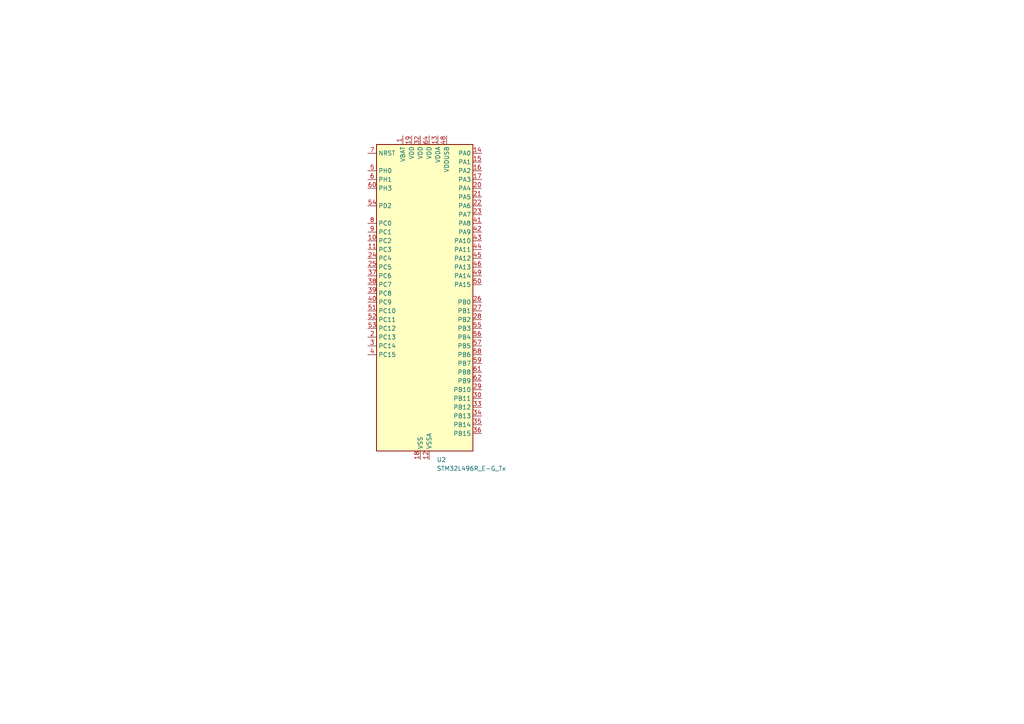
<source format=kicad_sch>
(kicad_sch (version 20231120) (generator "eeschema") (generator_version "8.0")
  (paper "A4")
  (title_block (title "MCU") (date "2024-04-18") (rev "V1") (comment 1 "23589086") (comment 2 "Chris") (comment 3 "22619291") (comment 4 "DP Theron"))
  (lib_symbols
    (symbol "MCU_ST_STM32L4:STM32L496R_E-G_Tx"
      (property "Reference" "U" (at -12.7 46.99 0))
      (property "Value" "STM32L496R_E-G_Tx" (at 10.16 46.99 0))
      (symbol "STM32L496R_E-G_Tx_0_1"
        (rectangle (start -12.7 -43.18) (end 15.24 45.72) (stroke (width 0.254)) (fill (type background)))
      )
      (symbol "STM32L496R_E-G_Tx_1_1"
        (pin power_in line (at -5.08 48.26 270) (length 2.54) (name "VBAT") (number "1"))
        (pin bidirectional line (at -15.24 17.78 0) (length 2.54) (name "PC2") (number "10"))
        (pin bidirectional line (at -15.24 15.24 0) (length 2.54) (name "PC3") (number "11"))
        (pin power_in line (at 2.54 -45.72 90) (length 2.54) (name "VSSA") (number "12"))
        (pin power_in line (at 5.08 48.26 270) (length 2.54) (name "VDDA") (number "13"))
        (pin bidirectional line (at 17.78 43.18 180) (length 2.54) (name "PA0") (number "14"))
        (pin bidirectional line (at 17.78 40.64 180) (length 2.54) (name "PA1") (number "15"))
        (pin bidirectional line (at 17.78 38.1 180) (length 2.54) (name "PA2") (number "16"))
        (pin bidirectional line (at 17.78 35.56 180) (length 2.54) (name "PA3") (number "17"))
        (pin power_in line (at 0 -45.72 90) (length 2.54) (name "VSS") (number "18"))
        (pin power_in line (at -2.54 48.26 270) (length 2.54) (name "VDD") (number "19"))
        (pin bidirectional line (at -15.24 -10.16 0) (length 2.54) (name "PC13") (number "2"))
        (pin bidirectional line (at 17.78 33.02 180) (length 2.54) (name "PA4") (number "20"))
        (pin bidirectional line (at 17.78 30.48 180) (length 2.54) (name "PA5") (number "21"))
        (pin bidirectional line (at 17.78 27.94 180) (length 2.54) (name "PA6") (number "22"))
        (pin bidirectional line (at 17.78 25.4 180) (length 2.54) (name "PA7") (number "23"))
        (pin bidirectional line (at -15.24 12.7 0) (length 2.54) (name "PC4") (number "24"))
        (pin bidirectional line (at -15.24 10.16 0) (length 2.54) (name "PC5") (number "25"))
        (pin bidirectional line (at 17.78 0 180) (length 2.54) (name "PB0") (number "26"))
        (pin bidirectional line (at 17.78 -2.54 180) (length 2.54) (name "PB1") (number "27"))
        (pin bidirectional line (at 17.78 -5.08 180) (length 2.54) (name "PB2") (number "28"))
        (pin bidirectional line (at 17.78 -25.4 180) (length 2.54) (name "PB10") (number "29"))
        (pin bidirectional line (at -15.24 -12.7 0) (length 2.54) (name "PC14") (number "3"))
        (pin bidirectional line (at 17.78 -27.94 180) (length 2.54) (name "PB11") (number "30"))
        (pin passive line (at 0 -45.72 90) (length 2.54) hide (name "VSS") (number "31"))
        (pin power_in line (at 0 48.26 270) (length 2.54) (name "VDD") (number "32"))
        (pin bidirectional line (at 17.78 -30.48 180) (length 2.54) (name "PB12") (number "33"))
        (pin bidirectional line (at 17.78 -33.02 180) (length 2.54) (name "PB13") (number "34"))
        (pin bidirectional line (at 17.78 -35.56 180) (length 2.54) (name "PB14") (number "35"))
        (pin bidirectional line (at 17.78 -38.1 180) (length 2.54) (name "PB15") (number "36"))
        (pin bidirectional line (at -15.24 7.62 0) (length 2.54) (name "PC6") (number "37"))
        (pin bidirectional line (at -15.24 5.08 0) (length 2.54) (name "PC7") (number "38"))
        (pin bidirectional line (at -15.24 2.54 0) (length 2.54) (name "PC8") (number "39"))
        (pin bidirectional line (at -15.24 -15.24 0) (length 2.54) (name "PC15") (number "4"))
        (pin bidirectional line (at -15.24 0 0) (length 2.54) (name "PC9") (number "40"))
        (pin bidirectional line (at 17.78 22.86 180) (length 2.54) (name "PA8") (number "41"))
        (pin bidirectional line (at 17.78 20.32 180) (length 2.54) (name "PA9") (number "42"))
        (pin bidirectional line (at 17.78 17.78 180) (length 2.54) (name "PA10") (number "43"))
        (pin bidirectional line (at 17.78 15.24 180) (length 2.54) (name "PA11") (number "44"))
        (pin bidirectional line (at 17.78 12.7 180) (length 2.54) (name "PA12") (number "45"))
        (pin bidirectional line (at 17.78 10.16 180) (length 2.54) (name "PA13") (number "46"))
        (pin passive line (at 0 -45.72 90) (length 2.54) hide (name "VSS") (number "47"))
        (pin power_in line (at 7.62 48.26 270) (length 2.54) (name "VDDUSB") (number "48"))
        (pin bidirectional line (at 17.78 7.62 180) (length 2.54) (name "PA14") (number "49"))
        (pin bidirectional line (at -15.24 38.1 0) (length 2.54) (name "PH0") (number "5"))
        (pin bidirectional line (at 17.78 5.08 180) (length 2.54) (name "PA15") (number "50"))
        (pin bidirectional line (at -15.24 -2.54 0) (length 2.54) (name "PC10") (number "51"))
        (pin bidirectional line (at -15.24 -5.08 0) (length 2.54) (name "PC11") (number "52"))
        (pin bidirectional line (at -15.24 -7.62 0) (length 2.54) (name "PC12") (number "53"))
        (pin bidirectional line (at -15.24 27.94 0) (length 2.54) (name "PD2") (number "54"))
        (pin bidirectional line (at 17.78 -7.62 180) (length 2.54) (name "PB3") (number "55"))
        (pin bidirectional line (at 17.78 -10.16 180) (length 2.54) (name "PB4") (number "56"))
        (pin bidirectional line (at 17.78 -12.7 180) (length 2.54) (name "PB5") (number "57"))
        (pin bidirectional line (at 17.78 -15.24 180) (length 2.54) (name "PB6") (number "58"))
        (pin bidirectional line (at 17.78 -17.78 180) (length 2.54) (name "PB7") (number "59"))
        (pin bidirectional line (at -15.24 35.56 0) (length 2.54) (name "PH1") (number "6"))
        (pin bidirectional line (at -15.24 33.02 0) (length 2.54) (name "PH3") (number "60"))
        (pin bidirectional line (at 17.78 -20.32 180) (length 2.54) (name "PB8") (number "61"))
        (pin bidirectional line (at 17.78 -22.86 180) (length 2.54) (name "PB9") (number "62"))
        (pin passive line (at 0 -45.72 90) (length 2.54) hide (name "VSS") (number "63"))
        (pin power_in line (at 2.54 48.26 270) (length 2.54) (name "VDD") (number "64"))
        (pin input line (at -15.24 43.18 0) (length 2.54) (name "NRST") (number "7"))
        (pin bidirectional line (at -15.24 22.86 0) (length 2.54) (name "PC0") (number "8"))
        (pin bidirectional line (at -15.24 20.32 0) (length 2.54) (name "PC1") (number "9"))
      )
    )
  )
  (symbol (lib_id "MCU_ST_STM32L4:STM32L496R_E-G_Tx") (at 121.92 87.63 0) (unit 1)
    (property "Reference" "U2" (at 126.6541 133.35 0) (effects (justify left)))
    (property "Value" "STM32L496R_E-G_Tx" (at 126.6541 135.89 0) (effects (justify left)))
    (property "Footprint" "Package_QFP:LQFP-64_10x10mm_P0.5mm" (effects (hide yes)))
    (property "Datasheet" "https://www.st.com/resource/en/datasheet/stm32l496re.pdf" (effects (hide yes)))
    (property "Description" "STMicroelectronics Arm Cortex-M4 MCU, 512-1024KB flash, 320KB RAM, 80 MHz, 1.71-3.6V, 52 GPIO, LQFP64" (effects (hide yes)))
  )
)
</source>
